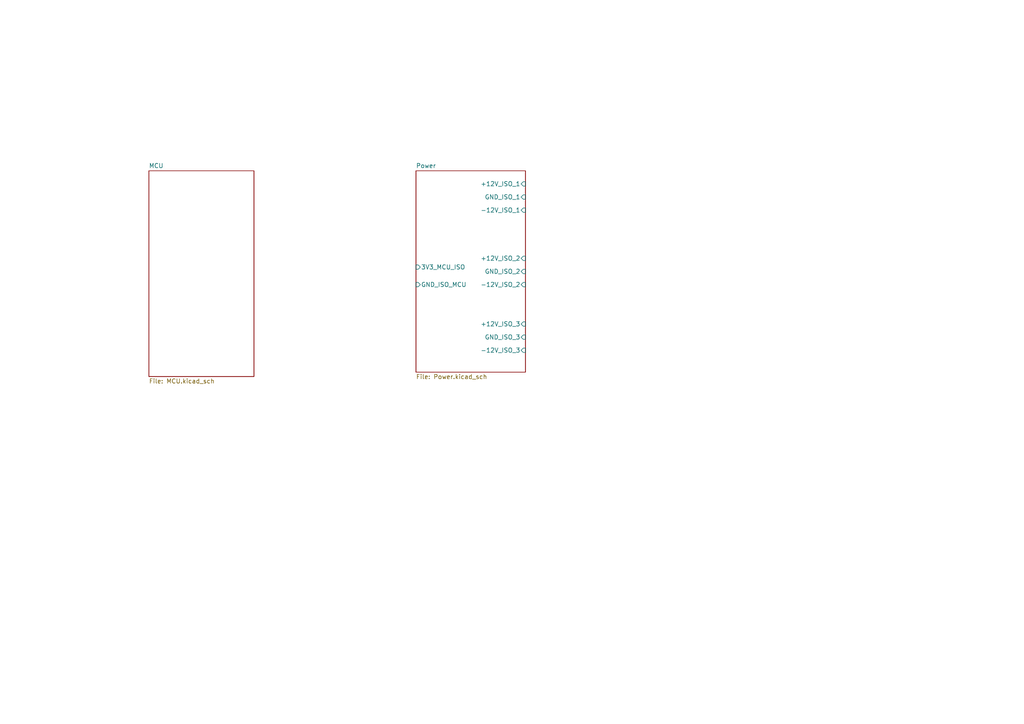
<source format=kicad_sch>
(kicad_sch (version 20230121) (generator eeschema)

  (uuid 3da39ecc-468d-43e9-a97d-cead9e0ffda1)

  (paper "A4")

  (lib_symbols
  )


  (sheet (at 120.65 49.53) (size 31.75 58.42) (fields_autoplaced)
    (stroke (width 0.1524) (type solid))
    (fill (color 0 0 0 0.0000))
    (uuid 390c10bc-cb39-4d8c-bed0-e198b2c46a7a)
    (property "Sheetname" "Power" (at 120.65 48.8184 0)
      (effects (font (size 1.27 1.27)) (justify left bottom))
    )
    (property "Sheetfile" "Power.kicad_sch" (at 120.65 108.5346 0)
      (effects (font (size 1.27 1.27)) (justify left top))
    )
    (pin "+12V_ISO_1" input (at 152.4 53.34 0)
      (effects (font (size 1.27 1.27)) (justify right))
      (uuid fae86cce-6778-43df-b3a6-a6bb588b1638)
    )
    (pin "GND_ISO_MCU" input (at 120.65 82.55 180)
      (effects (font (size 1.27 1.27)) (justify left))
      (uuid 451ff305-af51-43ff-a3d1-07125ba3dc70)
    )
    (pin "GND_ISO_1" input (at 152.4 57.15 0)
      (effects (font (size 1.27 1.27)) (justify right))
      (uuid 50f166a1-fef5-4859-9849-594dd69b2321)
    )
    (pin "-12V_ISO_1" input (at 152.4 60.96 0)
      (effects (font (size 1.27 1.27)) (justify right))
      (uuid 19c490f7-a563-45ee-af1c-d45810157c68)
    )
    (pin "-12V_ISO_2" input (at 152.4 82.55 0)
      (effects (font (size 1.27 1.27)) (justify right))
      (uuid 58b883cc-b569-44c6-bb93-24e744aa2d47)
    )
    (pin "GND_ISO_2" input (at 152.4 78.74 0)
      (effects (font (size 1.27 1.27)) (justify right))
      (uuid e4f8c491-6fc6-4df7-a951-f4a0d37f2097)
    )
    (pin "+12V_ISO_2" input (at 152.4 74.93 0)
      (effects (font (size 1.27 1.27)) (justify right))
      (uuid 5db4f045-db8a-4265-95ce-ff0c5cc3d4f6)
    )
    (pin "GND_ISO_3" input (at 152.4 97.79 0)
      (effects (font (size 1.27 1.27)) (justify right))
      (uuid 775276b0-9851-45e5-b80e-7ba152a33f1d)
    )
    (pin "+12V_ISO_3" input (at 152.4 93.98 0)
      (effects (font (size 1.27 1.27)) (justify right))
      (uuid 725fef4d-a805-4939-826c-2ece4ab81525)
    )
    (pin "-12V_ISO_3" input (at 152.4 101.6 0)
      (effects (font (size 1.27 1.27)) (justify right))
      (uuid 44833847-16cb-439b-a333-f4e297780cf7)
    )
    (pin "3V3_MCU_ISO" input (at 120.65 77.47 180)
      (effects (font (size 1.27 1.27)) (justify left))
      (uuid c9d694ee-09c9-4b18-bec1-fd572c5f31f5)
    )
    (instances
      (project "Bldc_DriverBackUP"
        (path "/3da39ecc-468d-43e9-a97d-cead9e0ffda1" (page "2"))
      )
    )
  )

  (sheet (at 43.18 49.53) (size 30.48 59.69) (fields_autoplaced)
    (stroke (width 0.1524) (type solid))
    (fill (color 0 0 0 0.0000))
    (uuid 4f730ce8-4f93-4635-929d-5179eea6555f)
    (property "Sheetname" "MCU" (at 43.18 48.8184 0)
      (effects (font (size 1.27 1.27)) (justify left bottom))
    )
    (property "Sheetfile" "MCU.kicad_sch" (at 43.18 109.8046 0)
      (effects (font (size 1.27 1.27)) (justify left top))
    )
    (instances
      (project "Bldc_DriverBackUP"
        (path "/3da39ecc-468d-43e9-a97d-cead9e0ffda1" (page "3"))
      )
    )
  )

  (sheet_instances
    (path "/" (page "1"))
  )
)

</source>
